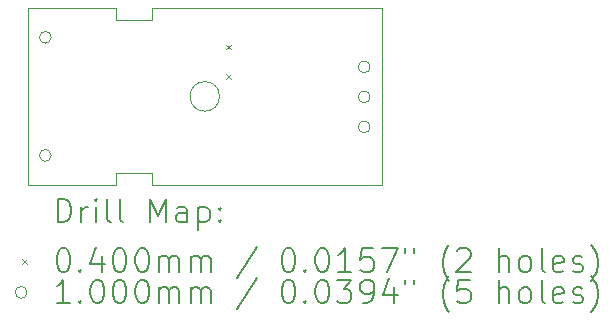
<source format=gbr>
%TF.GenerationSoftware,KiCad,Pcbnew,7.0.5*%
%TF.CreationDate,2024-02-16T16:10:43-06:00*%
%TF.ProjectId,GATE,47415445-2e6b-4696-9361-645f70636258,rev?*%
%TF.SameCoordinates,Original*%
%TF.FileFunction,Drillmap*%
%TF.FilePolarity,Positive*%
%FSLAX45Y45*%
G04 Gerber Fmt 4.5, Leading zero omitted, Abs format (unit mm)*
G04 Created by KiCad (PCBNEW 7.0.5) date 2024-02-16 16:10:43*
%MOMM*%
%LPD*%
G01*
G04 APERTURE LIST*
%ADD10C,0.100000*%
%ADD11C,0.200000*%
%ADD12C,0.040000*%
G04 APERTURE END LIST*
D10*
X14750000Y-8100000D02*
X15050000Y-8100000D01*
X15050000Y-8000000D01*
X17000000Y-8000000D01*
X17000000Y-9500000D01*
X15050000Y-9500000D01*
X15050000Y-9400000D01*
X14750000Y-9400000D01*
X14750000Y-9500000D01*
X14000000Y-9500000D01*
X14000000Y-8000000D01*
X14750000Y-8000000D01*
X14750000Y-8100000D01*
X15625000Y-8750000D02*
G75*
G03*
X15625000Y-8750000I-125000J0D01*
G01*
D11*
D12*
X15680000Y-8312000D02*
X15720000Y-8352000D01*
X15720000Y-8312000D02*
X15680000Y-8352000D01*
X15680000Y-8560000D02*
X15720000Y-8600000D01*
X15720000Y-8560000D02*
X15680000Y-8600000D01*
D10*
X14200000Y-8250000D02*
G75*
G03*
X14200000Y-8250000I-50000J0D01*
G01*
X14200000Y-9250000D02*
G75*
G03*
X14200000Y-9250000I-50000J0D01*
G01*
X16900000Y-8500000D02*
G75*
G03*
X16900000Y-8500000I-50000J0D01*
G01*
X16900000Y-8754000D02*
G75*
G03*
X16900000Y-8754000I-50000J0D01*
G01*
X16900000Y-9008000D02*
G75*
G03*
X16900000Y-9008000I-50000J0D01*
G01*
D11*
X14255777Y-9816484D02*
X14255777Y-9616484D01*
X14255777Y-9616484D02*
X14303396Y-9616484D01*
X14303396Y-9616484D02*
X14331967Y-9626008D01*
X14331967Y-9626008D02*
X14351015Y-9645055D01*
X14351015Y-9645055D02*
X14360539Y-9664103D01*
X14360539Y-9664103D02*
X14370062Y-9702198D01*
X14370062Y-9702198D02*
X14370062Y-9730770D01*
X14370062Y-9730770D02*
X14360539Y-9768865D01*
X14360539Y-9768865D02*
X14351015Y-9787912D01*
X14351015Y-9787912D02*
X14331967Y-9806960D01*
X14331967Y-9806960D02*
X14303396Y-9816484D01*
X14303396Y-9816484D02*
X14255777Y-9816484D01*
X14455777Y-9816484D02*
X14455777Y-9683150D01*
X14455777Y-9721246D02*
X14465301Y-9702198D01*
X14465301Y-9702198D02*
X14474824Y-9692674D01*
X14474824Y-9692674D02*
X14493872Y-9683150D01*
X14493872Y-9683150D02*
X14512920Y-9683150D01*
X14579586Y-9816484D02*
X14579586Y-9683150D01*
X14579586Y-9616484D02*
X14570062Y-9626008D01*
X14570062Y-9626008D02*
X14579586Y-9635531D01*
X14579586Y-9635531D02*
X14589110Y-9626008D01*
X14589110Y-9626008D02*
X14579586Y-9616484D01*
X14579586Y-9616484D02*
X14579586Y-9635531D01*
X14703396Y-9816484D02*
X14684348Y-9806960D01*
X14684348Y-9806960D02*
X14674824Y-9787912D01*
X14674824Y-9787912D02*
X14674824Y-9616484D01*
X14808158Y-9816484D02*
X14789110Y-9806960D01*
X14789110Y-9806960D02*
X14779586Y-9787912D01*
X14779586Y-9787912D02*
X14779586Y-9616484D01*
X15036729Y-9816484D02*
X15036729Y-9616484D01*
X15036729Y-9616484D02*
X15103396Y-9759341D01*
X15103396Y-9759341D02*
X15170062Y-9616484D01*
X15170062Y-9616484D02*
X15170062Y-9816484D01*
X15351015Y-9816484D02*
X15351015Y-9711722D01*
X15351015Y-9711722D02*
X15341491Y-9692674D01*
X15341491Y-9692674D02*
X15322443Y-9683150D01*
X15322443Y-9683150D02*
X15284348Y-9683150D01*
X15284348Y-9683150D02*
X15265301Y-9692674D01*
X15351015Y-9806960D02*
X15331967Y-9816484D01*
X15331967Y-9816484D02*
X15284348Y-9816484D01*
X15284348Y-9816484D02*
X15265301Y-9806960D01*
X15265301Y-9806960D02*
X15255777Y-9787912D01*
X15255777Y-9787912D02*
X15255777Y-9768865D01*
X15255777Y-9768865D02*
X15265301Y-9749817D01*
X15265301Y-9749817D02*
X15284348Y-9740293D01*
X15284348Y-9740293D02*
X15331967Y-9740293D01*
X15331967Y-9740293D02*
X15351015Y-9730770D01*
X15446253Y-9683150D02*
X15446253Y-9883150D01*
X15446253Y-9692674D02*
X15465301Y-9683150D01*
X15465301Y-9683150D02*
X15503396Y-9683150D01*
X15503396Y-9683150D02*
X15522443Y-9692674D01*
X15522443Y-9692674D02*
X15531967Y-9702198D01*
X15531967Y-9702198D02*
X15541491Y-9721246D01*
X15541491Y-9721246D02*
X15541491Y-9778389D01*
X15541491Y-9778389D02*
X15531967Y-9797436D01*
X15531967Y-9797436D02*
X15522443Y-9806960D01*
X15522443Y-9806960D02*
X15503396Y-9816484D01*
X15503396Y-9816484D02*
X15465301Y-9816484D01*
X15465301Y-9816484D02*
X15446253Y-9806960D01*
X15627205Y-9797436D02*
X15636729Y-9806960D01*
X15636729Y-9806960D02*
X15627205Y-9816484D01*
X15627205Y-9816484D02*
X15617682Y-9806960D01*
X15617682Y-9806960D02*
X15627205Y-9797436D01*
X15627205Y-9797436D02*
X15627205Y-9816484D01*
X15627205Y-9692674D02*
X15636729Y-9702198D01*
X15636729Y-9702198D02*
X15627205Y-9711722D01*
X15627205Y-9711722D02*
X15617682Y-9702198D01*
X15617682Y-9702198D02*
X15627205Y-9692674D01*
X15627205Y-9692674D02*
X15627205Y-9711722D01*
D12*
X13955000Y-10125000D02*
X13995000Y-10165000D01*
X13995000Y-10125000D02*
X13955000Y-10165000D01*
D11*
X14293872Y-10036484D02*
X14312920Y-10036484D01*
X14312920Y-10036484D02*
X14331967Y-10046008D01*
X14331967Y-10046008D02*
X14341491Y-10055531D01*
X14341491Y-10055531D02*
X14351015Y-10074579D01*
X14351015Y-10074579D02*
X14360539Y-10112674D01*
X14360539Y-10112674D02*
X14360539Y-10160293D01*
X14360539Y-10160293D02*
X14351015Y-10198389D01*
X14351015Y-10198389D02*
X14341491Y-10217436D01*
X14341491Y-10217436D02*
X14331967Y-10226960D01*
X14331967Y-10226960D02*
X14312920Y-10236484D01*
X14312920Y-10236484D02*
X14293872Y-10236484D01*
X14293872Y-10236484D02*
X14274824Y-10226960D01*
X14274824Y-10226960D02*
X14265301Y-10217436D01*
X14265301Y-10217436D02*
X14255777Y-10198389D01*
X14255777Y-10198389D02*
X14246253Y-10160293D01*
X14246253Y-10160293D02*
X14246253Y-10112674D01*
X14246253Y-10112674D02*
X14255777Y-10074579D01*
X14255777Y-10074579D02*
X14265301Y-10055531D01*
X14265301Y-10055531D02*
X14274824Y-10046008D01*
X14274824Y-10046008D02*
X14293872Y-10036484D01*
X14446253Y-10217436D02*
X14455777Y-10226960D01*
X14455777Y-10226960D02*
X14446253Y-10236484D01*
X14446253Y-10236484D02*
X14436729Y-10226960D01*
X14436729Y-10226960D02*
X14446253Y-10217436D01*
X14446253Y-10217436D02*
X14446253Y-10236484D01*
X14627205Y-10103150D02*
X14627205Y-10236484D01*
X14579586Y-10026960D02*
X14531967Y-10169817D01*
X14531967Y-10169817D02*
X14655777Y-10169817D01*
X14770062Y-10036484D02*
X14789110Y-10036484D01*
X14789110Y-10036484D02*
X14808158Y-10046008D01*
X14808158Y-10046008D02*
X14817682Y-10055531D01*
X14817682Y-10055531D02*
X14827205Y-10074579D01*
X14827205Y-10074579D02*
X14836729Y-10112674D01*
X14836729Y-10112674D02*
X14836729Y-10160293D01*
X14836729Y-10160293D02*
X14827205Y-10198389D01*
X14827205Y-10198389D02*
X14817682Y-10217436D01*
X14817682Y-10217436D02*
X14808158Y-10226960D01*
X14808158Y-10226960D02*
X14789110Y-10236484D01*
X14789110Y-10236484D02*
X14770062Y-10236484D01*
X14770062Y-10236484D02*
X14751015Y-10226960D01*
X14751015Y-10226960D02*
X14741491Y-10217436D01*
X14741491Y-10217436D02*
X14731967Y-10198389D01*
X14731967Y-10198389D02*
X14722443Y-10160293D01*
X14722443Y-10160293D02*
X14722443Y-10112674D01*
X14722443Y-10112674D02*
X14731967Y-10074579D01*
X14731967Y-10074579D02*
X14741491Y-10055531D01*
X14741491Y-10055531D02*
X14751015Y-10046008D01*
X14751015Y-10046008D02*
X14770062Y-10036484D01*
X14960539Y-10036484D02*
X14979586Y-10036484D01*
X14979586Y-10036484D02*
X14998634Y-10046008D01*
X14998634Y-10046008D02*
X15008158Y-10055531D01*
X15008158Y-10055531D02*
X15017682Y-10074579D01*
X15017682Y-10074579D02*
X15027205Y-10112674D01*
X15027205Y-10112674D02*
X15027205Y-10160293D01*
X15027205Y-10160293D02*
X15017682Y-10198389D01*
X15017682Y-10198389D02*
X15008158Y-10217436D01*
X15008158Y-10217436D02*
X14998634Y-10226960D01*
X14998634Y-10226960D02*
X14979586Y-10236484D01*
X14979586Y-10236484D02*
X14960539Y-10236484D01*
X14960539Y-10236484D02*
X14941491Y-10226960D01*
X14941491Y-10226960D02*
X14931967Y-10217436D01*
X14931967Y-10217436D02*
X14922443Y-10198389D01*
X14922443Y-10198389D02*
X14912920Y-10160293D01*
X14912920Y-10160293D02*
X14912920Y-10112674D01*
X14912920Y-10112674D02*
X14922443Y-10074579D01*
X14922443Y-10074579D02*
X14931967Y-10055531D01*
X14931967Y-10055531D02*
X14941491Y-10046008D01*
X14941491Y-10046008D02*
X14960539Y-10036484D01*
X15112920Y-10236484D02*
X15112920Y-10103150D01*
X15112920Y-10122198D02*
X15122443Y-10112674D01*
X15122443Y-10112674D02*
X15141491Y-10103150D01*
X15141491Y-10103150D02*
X15170063Y-10103150D01*
X15170063Y-10103150D02*
X15189110Y-10112674D01*
X15189110Y-10112674D02*
X15198634Y-10131722D01*
X15198634Y-10131722D02*
X15198634Y-10236484D01*
X15198634Y-10131722D02*
X15208158Y-10112674D01*
X15208158Y-10112674D02*
X15227205Y-10103150D01*
X15227205Y-10103150D02*
X15255777Y-10103150D01*
X15255777Y-10103150D02*
X15274824Y-10112674D01*
X15274824Y-10112674D02*
X15284348Y-10131722D01*
X15284348Y-10131722D02*
X15284348Y-10236484D01*
X15379586Y-10236484D02*
X15379586Y-10103150D01*
X15379586Y-10122198D02*
X15389110Y-10112674D01*
X15389110Y-10112674D02*
X15408158Y-10103150D01*
X15408158Y-10103150D02*
X15436729Y-10103150D01*
X15436729Y-10103150D02*
X15455777Y-10112674D01*
X15455777Y-10112674D02*
X15465301Y-10131722D01*
X15465301Y-10131722D02*
X15465301Y-10236484D01*
X15465301Y-10131722D02*
X15474824Y-10112674D01*
X15474824Y-10112674D02*
X15493872Y-10103150D01*
X15493872Y-10103150D02*
X15522443Y-10103150D01*
X15522443Y-10103150D02*
X15541491Y-10112674D01*
X15541491Y-10112674D02*
X15551015Y-10131722D01*
X15551015Y-10131722D02*
X15551015Y-10236484D01*
X15941491Y-10026960D02*
X15770063Y-10284103D01*
X16198634Y-10036484D02*
X16217682Y-10036484D01*
X16217682Y-10036484D02*
X16236729Y-10046008D01*
X16236729Y-10046008D02*
X16246253Y-10055531D01*
X16246253Y-10055531D02*
X16255777Y-10074579D01*
X16255777Y-10074579D02*
X16265301Y-10112674D01*
X16265301Y-10112674D02*
X16265301Y-10160293D01*
X16265301Y-10160293D02*
X16255777Y-10198389D01*
X16255777Y-10198389D02*
X16246253Y-10217436D01*
X16246253Y-10217436D02*
X16236729Y-10226960D01*
X16236729Y-10226960D02*
X16217682Y-10236484D01*
X16217682Y-10236484D02*
X16198634Y-10236484D01*
X16198634Y-10236484D02*
X16179586Y-10226960D01*
X16179586Y-10226960D02*
X16170063Y-10217436D01*
X16170063Y-10217436D02*
X16160539Y-10198389D01*
X16160539Y-10198389D02*
X16151015Y-10160293D01*
X16151015Y-10160293D02*
X16151015Y-10112674D01*
X16151015Y-10112674D02*
X16160539Y-10074579D01*
X16160539Y-10074579D02*
X16170063Y-10055531D01*
X16170063Y-10055531D02*
X16179586Y-10046008D01*
X16179586Y-10046008D02*
X16198634Y-10036484D01*
X16351015Y-10217436D02*
X16360539Y-10226960D01*
X16360539Y-10226960D02*
X16351015Y-10236484D01*
X16351015Y-10236484D02*
X16341491Y-10226960D01*
X16341491Y-10226960D02*
X16351015Y-10217436D01*
X16351015Y-10217436D02*
X16351015Y-10236484D01*
X16484348Y-10036484D02*
X16503396Y-10036484D01*
X16503396Y-10036484D02*
X16522444Y-10046008D01*
X16522444Y-10046008D02*
X16531967Y-10055531D01*
X16531967Y-10055531D02*
X16541491Y-10074579D01*
X16541491Y-10074579D02*
X16551015Y-10112674D01*
X16551015Y-10112674D02*
X16551015Y-10160293D01*
X16551015Y-10160293D02*
X16541491Y-10198389D01*
X16541491Y-10198389D02*
X16531967Y-10217436D01*
X16531967Y-10217436D02*
X16522444Y-10226960D01*
X16522444Y-10226960D02*
X16503396Y-10236484D01*
X16503396Y-10236484D02*
X16484348Y-10236484D01*
X16484348Y-10236484D02*
X16465301Y-10226960D01*
X16465301Y-10226960D02*
X16455777Y-10217436D01*
X16455777Y-10217436D02*
X16446253Y-10198389D01*
X16446253Y-10198389D02*
X16436729Y-10160293D01*
X16436729Y-10160293D02*
X16436729Y-10112674D01*
X16436729Y-10112674D02*
X16446253Y-10074579D01*
X16446253Y-10074579D02*
X16455777Y-10055531D01*
X16455777Y-10055531D02*
X16465301Y-10046008D01*
X16465301Y-10046008D02*
X16484348Y-10036484D01*
X16741491Y-10236484D02*
X16627206Y-10236484D01*
X16684348Y-10236484D02*
X16684348Y-10036484D01*
X16684348Y-10036484D02*
X16665301Y-10065055D01*
X16665301Y-10065055D02*
X16646253Y-10084103D01*
X16646253Y-10084103D02*
X16627206Y-10093627D01*
X16922444Y-10036484D02*
X16827206Y-10036484D01*
X16827206Y-10036484D02*
X16817682Y-10131722D01*
X16817682Y-10131722D02*
X16827206Y-10122198D01*
X16827206Y-10122198D02*
X16846253Y-10112674D01*
X16846253Y-10112674D02*
X16893872Y-10112674D01*
X16893872Y-10112674D02*
X16912920Y-10122198D01*
X16912920Y-10122198D02*
X16922444Y-10131722D01*
X16922444Y-10131722D02*
X16931968Y-10150770D01*
X16931968Y-10150770D02*
X16931968Y-10198389D01*
X16931968Y-10198389D02*
X16922444Y-10217436D01*
X16922444Y-10217436D02*
X16912920Y-10226960D01*
X16912920Y-10226960D02*
X16893872Y-10236484D01*
X16893872Y-10236484D02*
X16846253Y-10236484D01*
X16846253Y-10236484D02*
X16827206Y-10226960D01*
X16827206Y-10226960D02*
X16817682Y-10217436D01*
X16998634Y-10036484D02*
X17131968Y-10036484D01*
X17131968Y-10036484D02*
X17046253Y-10236484D01*
X17198634Y-10036484D02*
X17198634Y-10074579D01*
X17274825Y-10036484D02*
X17274825Y-10074579D01*
X17570063Y-10312674D02*
X17560539Y-10303150D01*
X17560539Y-10303150D02*
X17541491Y-10274579D01*
X17541491Y-10274579D02*
X17531968Y-10255531D01*
X17531968Y-10255531D02*
X17522444Y-10226960D01*
X17522444Y-10226960D02*
X17512920Y-10179341D01*
X17512920Y-10179341D02*
X17512920Y-10141246D01*
X17512920Y-10141246D02*
X17522444Y-10093627D01*
X17522444Y-10093627D02*
X17531968Y-10065055D01*
X17531968Y-10065055D02*
X17541491Y-10046008D01*
X17541491Y-10046008D02*
X17560539Y-10017436D01*
X17560539Y-10017436D02*
X17570063Y-10007912D01*
X17636730Y-10055531D02*
X17646253Y-10046008D01*
X17646253Y-10046008D02*
X17665301Y-10036484D01*
X17665301Y-10036484D02*
X17712920Y-10036484D01*
X17712920Y-10036484D02*
X17731968Y-10046008D01*
X17731968Y-10046008D02*
X17741491Y-10055531D01*
X17741491Y-10055531D02*
X17751015Y-10074579D01*
X17751015Y-10074579D02*
X17751015Y-10093627D01*
X17751015Y-10093627D02*
X17741491Y-10122198D01*
X17741491Y-10122198D02*
X17627206Y-10236484D01*
X17627206Y-10236484D02*
X17751015Y-10236484D01*
X17989111Y-10236484D02*
X17989111Y-10036484D01*
X18074825Y-10236484D02*
X18074825Y-10131722D01*
X18074825Y-10131722D02*
X18065301Y-10112674D01*
X18065301Y-10112674D02*
X18046253Y-10103150D01*
X18046253Y-10103150D02*
X18017682Y-10103150D01*
X18017682Y-10103150D02*
X17998634Y-10112674D01*
X17998634Y-10112674D02*
X17989111Y-10122198D01*
X18198634Y-10236484D02*
X18179587Y-10226960D01*
X18179587Y-10226960D02*
X18170063Y-10217436D01*
X18170063Y-10217436D02*
X18160539Y-10198389D01*
X18160539Y-10198389D02*
X18160539Y-10141246D01*
X18160539Y-10141246D02*
X18170063Y-10122198D01*
X18170063Y-10122198D02*
X18179587Y-10112674D01*
X18179587Y-10112674D02*
X18198634Y-10103150D01*
X18198634Y-10103150D02*
X18227206Y-10103150D01*
X18227206Y-10103150D02*
X18246253Y-10112674D01*
X18246253Y-10112674D02*
X18255777Y-10122198D01*
X18255777Y-10122198D02*
X18265301Y-10141246D01*
X18265301Y-10141246D02*
X18265301Y-10198389D01*
X18265301Y-10198389D02*
X18255777Y-10217436D01*
X18255777Y-10217436D02*
X18246253Y-10226960D01*
X18246253Y-10226960D02*
X18227206Y-10236484D01*
X18227206Y-10236484D02*
X18198634Y-10236484D01*
X18379587Y-10236484D02*
X18360539Y-10226960D01*
X18360539Y-10226960D02*
X18351015Y-10207912D01*
X18351015Y-10207912D02*
X18351015Y-10036484D01*
X18531968Y-10226960D02*
X18512920Y-10236484D01*
X18512920Y-10236484D02*
X18474825Y-10236484D01*
X18474825Y-10236484D02*
X18455777Y-10226960D01*
X18455777Y-10226960D02*
X18446253Y-10207912D01*
X18446253Y-10207912D02*
X18446253Y-10131722D01*
X18446253Y-10131722D02*
X18455777Y-10112674D01*
X18455777Y-10112674D02*
X18474825Y-10103150D01*
X18474825Y-10103150D02*
X18512920Y-10103150D01*
X18512920Y-10103150D02*
X18531968Y-10112674D01*
X18531968Y-10112674D02*
X18541492Y-10131722D01*
X18541492Y-10131722D02*
X18541492Y-10150770D01*
X18541492Y-10150770D02*
X18446253Y-10169817D01*
X18617682Y-10226960D02*
X18636730Y-10236484D01*
X18636730Y-10236484D02*
X18674825Y-10236484D01*
X18674825Y-10236484D02*
X18693873Y-10226960D01*
X18693873Y-10226960D02*
X18703396Y-10207912D01*
X18703396Y-10207912D02*
X18703396Y-10198389D01*
X18703396Y-10198389D02*
X18693873Y-10179341D01*
X18693873Y-10179341D02*
X18674825Y-10169817D01*
X18674825Y-10169817D02*
X18646253Y-10169817D01*
X18646253Y-10169817D02*
X18627206Y-10160293D01*
X18627206Y-10160293D02*
X18617682Y-10141246D01*
X18617682Y-10141246D02*
X18617682Y-10131722D01*
X18617682Y-10131722D02*
X18627206Y-10112674D01*
X18627206Y-10112674D02*
X18646253Y-10103150D01*
X18646253Y-10103150D02*
X18674825Y-10103150D01*
X18674825Y-10103150D02*
X18693873Y-10112674D01*
X18770063Y-10312674D02*
X18779587Y-10303150D01*
X18779587Y-10303150D02*
X18798634Y-10274579D01*
X18798634Y-10274579D02*
X18808158Y-10255531D01*
X18808158Y-10255531D02*
X18817682Y-10226960D01*
X18817682Y-10226960D02*
X18827206Y-10179341D01*
X18827206Y-10179341D02*
X18827206Y-10141246D01*
X18827206Y-10141246D02*
X18817682Y-10093627D01*
X18817682Y-10093627D02*
X18808158Y-10065055D01*
X18808158Y-10065055D02*
X18798634Y-10046008D01*
X18798634Y-10046008D02*
X18779587Y-10017436D01*
X18779587Y-10017436D02*
X18770063Y-10007912D01*
D10*
X13995000Y-10409000D02*
G75*
G03*
X13995000Y-10409000I-50000J0D01*
G01*
D11*
X14360539Y-10500484D02*
X14246253Y-10500484D01*
X14303396Y-10500484D02*
X14303396Y-10300484D01*
X14303396Y-10300484D02*
X14284348Y-10329055D01*
X14284348Y-10329055D02*
X14265301Y-10348103D01*
X14265301Y-10348103D02*
X14246253Y-10357627D01*
X14446253Y-10481436D02*
X14455777Y-10490960D01*
X14455777Y-10490960D02*
X14446253Y-10500484D01*
X14446253Y-10500484D02*
X14436729Y-10490960D01*
X14436729Y-10490960D02*
X14446253Y-10481436D01*
X14446253Y-10481436D02*
X14446253Y-10500484D01*
X14579586Y-10300484D02*
X14598634Y-10300484D01*
X14598634Y-10300484D02*
X14617682Y-10310008D01*
X14617682Y-10310008D02*
X14627205Y-10319531D01*
X14627205Y-10319531D02*
X14636729Y-10338579D01*
X14636729Y-10338579D02*
X14646253Y-10376674D01*
X14646253Y-10376674D02*
X14646253Y-10424293D01*
X14646253Y-10424293D02*
X14636729Y-10462389D01*
X14636729Y-10462389D02*
X14627205Y-10481436D01*
X14627205Y-10481436D02*
X14617682Y-10490960D01*
X14617682Y-10490960D02*
X14598634Y-10500484D01*
X14598634Y-10500484D02*
X14579586Y-10500484D01*
X14579586Y-10500484D02*
X14560539Y-10490960D01*
X14560539Y-10490960D02*
X14551015Y-10481436D01*
X14551015Y-10481436D02*
X14541491Y-10462389D01*
X14541491Y-10462389D02*
X14531967Y-10424293D01*
X14531967Y-10424293D02*
X14531967Y-10376674D01*
X14531967Y-10376674D02*
X14541491Y-10338579D01*
X14541491Y-10338579D02*
X14551015Y-10319531D01*
X14551015Y-10319531D02*
X14560539Y-10310008D01*
X14560539Y-10310008D02*
X14579586Y-10300484D01*
X14770062Y-10300484D02*
X14789110Y-10300484D01*
X14789110Y-10300484D02*
X14808158Y-10310008D01*
X14808158Y-10310008D02*
X14817682Y-10319531D01*
X14817682Y-10319531D02*
X14827205Y-10338579D01*
X14827205Y-10338579D02*
X14836729Y-10376674D01*
X14836729Y-10376674D02*
X14836729Y-10424293D01*
X14836729Y-10424293D02*
X14827205Y-10462389D01*
X14827205Y-10462389D02*
X14817682Y-10481436D01*
X14817682Y-10481436D02*
X14808158Y-10490960D01*
X14808158Y-10490960D02*
X14789110Y-10500484D01*
X14789110Y-10500484D02*
X14770062Y-10500484D01*
X14770062Y-10500484D02*
X14751015Y-10490960D01*
X14751015Y-10490960D02*
X14741491Y-10481436D01*
X14741491Y-10481436D02*
X14731967Y-10462389D01*
X14731967Y-10462389D02*
X14722443Y-10424293D01*
X14722443Y-10424293D02*
X14722443Y-10376674D01*
X14722443Y-10376674D02*
X14731967Y-10338579D01*
X14731967Y-10338579D02*
X14741491Y-10319531D01*
X14741491Y-10319531D02*
X14751015Y-10310008D01*
X14751015Y-10310008D02*
X14770062Y-10300484D01*
X14960539Y-10300484D02*
X14979586Y-10300484D01*
X14979586Y-10300484D02*
X14998634Y-10310008D01*
X14998634Y-10310008D02*
X15008158Y-10319531D01*
X15008158Y-10319531D02*
X15017682Y-10338579D01*
X15017682Y-10338579D02*
X15027205Y-10376674D01*
X15027205Y-10376674D02*
X15027205Y-10424293D01*
X15027205Y-10424293D02*
X15017682Y-10462389D01*
X15017682Y-10462389D02*
X15008158Y-10481436D01*
X15008158Y-10481436D02*
X14998634Y-10490960D01*
X14998634Y-10490960D02*
X14979586Y-10500484D01*
X14979586Y-10500484D02*
X14960539Y-10500484D01*
X14960539Y-10500484D02*
X14941491Y-10490960D01*
X14941491Y-10490960D02*
X14931967Y-10481436D01*
X14931967Y-10481436D02*
X14922443Y-10462389D01*
X14922443Y-10462389D02*
X14912920Y-10424293D01*
X14912920Y-10424293D02*
X14912920Y-10376674D01*
X14912920Y-10376674D02*
X14922443Y-10338579D01*
X14922443Y-10338579D02*
X14931967Y-10319531D01*
X14931967Y-10319531D02*
X14941491Y-10310008D01*
X14941491Y-10310008D02*
X14960539Y-10300484D01*
X15112920Y-10500484D02*
X15112920Y-10367150D01*
X15112920Y-10386198D02*
X15122443Y-10376674D01*
X15122443Y-10376674D02*
X15141491Y-10367150D01*
X15141491Y-10367150D02*
X15170063Y-10367150D01*
X15170063Y-10367150D02*
X15189110Y-10376674D01*
X15189110Y-10376674D02*
X15198634Y-10395722D01*
X15198634Y-10395722D02*
X15198634Y-10500484D01*
X15198634Y-10395722D02*
X15208158Y-10376674D01*
X15208158Y-10376674D02*
X15227205Y-10367150D01*
X15227205Y-10367150D02*
X15255777Y-10367150D01*
X15255777Y-10367150D02*
X15274824Y-10376674D01*
X15274824Y-10376674D02*
X15284348Y-10395722D01*
X15284348Y-10395722D02*
X15284348Y-10500484D01*
X15379586Y-10500484D02*
X15379586Y-10367150D01*
X15379586Y-10386198D02*
X15389110Y-10376674D01*
X15389110Y-10376674D02*
X15408158Y-10367150D01*
X15408158Y-10367150D02*
X15436729Y-10367150D01*
X15436729Y-10367150D02*
X15455777Y-10376674D01*
X15455777Y-10376674D02*
X15465301Y-10395722D01*
X15465301Y-10395722D02*
X15465301Y-10500484D01*
X15465301Y-10395722D02*
X15474824Y-10376674D01*
X15474824Y-10376674D02*
X15493872Y-10367150D01*
X15493872Y-10367150D02*
X15522443Y-10367150D01*
X15522443Y-10367150D02*
X15541491Y-10376674D01*
X15541491Y-10376674D02*
X15551015Y-10395722D01*
X15551015Y-10395722D02*
X15551015Y-10500484D01*
X15941491Y-10290960D02*
X15770063Y-10548103D01*
X16198634Y-10300484D02*
X16217682Y-10300484D01*
X16217682Y-10300484D02*
X16236729Y-10310008D01*
X16236729Y-10310008D02*
X16246253Y-10319531D01*
X16246253Y-10319531D02*
X16255777Y-10338579D01*
X16255777Y-10338579D02*
X16265301Y-10376674D01*
X16265301Y-10376674D02*
X16265301Y-10424293D01*
X16265301Y-10424293D02*
X16255777Y-10462389D01*
X16255777Y-10462389D02*
X16246253Y-10481436D01*
X16246253Y-10481436D02*
X16236729Y-10490960D01*
X16236729Y-10490960D02*
X16217682Y-10500484D01*
X16217682Y-10500484D02*
X16198634Y-10500484D01*
X16198634Y-10500484D02*
X16179586Y-10490960D01*
X16179586Y-10490960D02*
X16170063Y-10481436D01*
X16170063Y-10481436D02*
X16160539Y-10462389D01*
X16160539Y-10462389D02*
X16151015Y-10424293D01*
X16151015Y-10424293D02*
X16151015Y-10376674D01*
X16151015Y-10376674D02*
X16160539Y-10338579D01*
X16160539Y-10338579D02*
X16170063Y-10319531D01*
X16170063Y-10319531D02*
X16179586Y-10310008D01*
X16179586Y-10310008D02*
X16198634Y-10300484D01*
X16351015Y-10481436D02*
X16360539Y-10490960D01*
X16360539Y-10490960D02*
X16351015Y-10500484D01*
X16351015Y-10500484D02*
X16341491Y-10490960D01*
X16341491Y-10490960D02*
X16351015Y-10481436D01*
X16351015Y-10481436D02*
X16351015Y-10500484D01*
X16484348Y-10300484D02*
X16503396Y-10300484D01*
X16503396Y-10300484D02*
X16522444Y-10310008D01*
X16522444Y-10310008D02*
X16531967Y-10319531D01*
X16531967Y-10319531D02*
X16541491Y-10338579D01*
X16541491Y-10338579D02*
X16551015Y-10376674D01*
X16551015Y-10376674D02*
X16551015Y-10424293D01*
X16551015Y-10424293D02*
X16541491Y-10462389D01*
X16541491Y-10462389D02*
X16531967Y-10481436D01*
X16531967Y-10481436D02*
X16522444Y-10490960D01*
X16522444Y-10490960D02*
X16503396Y-10500484D01*
X16503396Y-10500484D02*
X16484348Y-10500484D01*
X16484348Y-10500484D02*
X16465301Y-10490960D01*
X16465301Y-10490960D02*
X16455777Y-10481436D01*
X16455777Y-10481436D02*
X16446253Y-10462389D01*
X16446253Y-10462389D02*
X16436729Y-10424293D01*
X16436729Y-10424293D02*
X16436729Y-10376674D01*
X16436729Y-10376674D02*
X16446253Y-10338579D01*
X16446253Y-10338579D02*
X16455777Y-10319531D01*
X16455777Y-10319531D02*
X16465301Y-10310008D01*
X16465301Y-10310008D02*
X16484348Y-10300484D01*
X16617682Y-10300484D02*
X16741491Y-10300484D01*
X16741491Y-10300484D02*
X16674825Y-10376674D01*
X16674825Y-10376674D02*
X16703396Y-10376674D01*
X16703396Y-10376674D02*
X16722444Y-10386198D01*
X16722444Y-10386198D02*
X16731967Y-10395722D01*
X16731967Y-10395722D02*
X16741491Y-10414770D01*
X16741491Y-10414770D02*
X16741491Y-10462389D01*
X16741491Y-10462389D02*
X16731967Y-10481436D01*
X16731967Y-10481436D02*
X16722444Y-10490960D01*
X16722444Y-10490960D02*
X16703396Y-10500484D01*
X16703396Y-10500484D02*
X16646253Y-10500484D01*
X16646253Y-10500484D02*
X16627206Y-10490960D01*
X16627206Y-10490960D02*
X16617682Y-10481436D01*
X16836729Y-10500484D02*
X16874825Y-10500484D01*
X16874825Y-10500484D02*
X16893872Y-10490960D01*
X16893872Y-10490960D02*
X16903396Y-10481436D01*
X16903396Y-10481436D02*
X16922444Y-10452865D01*
X16922444Y-10452865D02*
X16931968Y-10414770D01*
X16931968Y-10414770D02*
X16931968Y-10338579D01*
X16931968Y-10338579D02*
X16922444Y-10319531D01*
X16922444Y-10319531D02*
X16912920Y-10310008D01*
X16912920Y-10310008D02*
X16893872Y-10300484D01*
X16893872Y-10300484D02*
X16855777Y-10300484D01*
X16855777Y-10300484D02*
X16836729Y-10310008D01*
X16836729Y-10310008D02*
X16827206Y-10319531D01*
X16827206Y-10319531D02*
X16817682Y-10338579D01*
X16817682Y-10338579D02*
X16817682Y-10386198D01*
X16817682Y-10386198D02*
X16827206Y-10405246D01*
X16827206Y-10405246D02*
X16836729Y-10414770D01*
X16836729Y-10414770D02*
X16855777Y-10424293D01*
X16855777Y-10424293D02*
X16893872Y-10424293D01*
X16893872Y-10424293D02*
X16912920Y-10414770D01*
X16912920Y-10414770D02*
X16922444Y-10405246D01*
X16922444Y-10405246D02*
X16931968Y-10386198D01*
X17103396Y-10367150D02*
X17103396Y-10500484D01*
X17055777Y-10290960D02*
X17008158Y-10433817D01*
X17008158Y-10433817D02*
X17131968Y-10433817D01*
X17198634Y-10300484D02*
X17198634Y-10338579D01*
X17274825Y-10300484D02*
X17274825Y-10338579D01*
X17570063Y-10576674D02*
X17560539Y-10567150D01*
X17560539Y-10567150D02*
X17541491Y-10538579D01*
X17541491Y-10538579D02*
X17531968Y-10519531D01*
X17531968Y-10519531D02*
X17522444Y-10490960D01*
X17522444Y-10490960D02*
X17512920Y-10443341D01*
X17512920Y-10443341D02*
X17512920Y-10405246D01*
X17512920Y-10405246D02*
X17522444Y-10357627D01*
X17522444Y-10357627D02*
X17531968Y-10329055D01*
X17531968Y-10329055D02*
X17541491Y-10310008D01*
X17541491Y-10310008D02*
X17560539Y-10281436D01*
X17560539Y-10281436D02*
X17570063Y-10271912D01*
X17741491Y-10300484D02*
X17646253Y-10300484D01*
X17646253Y-10300484D02*
X17636730Y-10395722D01*
X17636730Y-10395722D02*
X17646253Y-10386198D01*
X17646253Y-10386198D02*
X17665301Y-10376674D01*
X17665301Y-10376674D02*
X17712920Y-10376674D01*
X17712920Y-10376674D02*
X17731968Y-10386198D01*
X17731968Y-10386198D02*
X17741491Y-10395722D01*
X17741491Y-10395722D02*
X17751015Y-10414770D01*
X17751015Y-10414770D02*
X17751015Y-10462389D01*
X17751015Y-10462389D02*
X17741491Y-10481436D01*
X17741491Y-10481436D02*
X17731968Y-10490960D01*
X17731968Y-10490960D02*
X17712920Y-10500484D01*
X17712920Y-10500484D02*
X17665301Y-10500484D01*
X17665301Y-10500484D02*
X17646253Y-10490960D01*
X17646253Y-10490960D02*
X17636730Y-10481436D01*
X17989111Y-10500484D02*
X17989111Y-10300484D01*
X18074825Y-10500484D02*
X18074825Y-10395722D01*
X18074825Y-10395722D02*
X18065301Y-10376674D01*
X18065301Y-10376674D02*
X18046253Y-10367150D01*
X18046253Y-10367150D02*
X18017682Y-10367150D01*
X18017682Y-10367150D02*
X17998634Y-10376674D01*
X17998634Y-10376674D02*
X17989111Y-10386198D01*
X18198634Y-10500484D02*
X18179587Y-10490960D01*
X18179587Y-10490960D02*
X18170063Y-10481436D01*
X18170063Y-10481436D02*
X18160539Y-10462389D01*
X18160539Y-10462389D02*
X18160539Y-10405246D01*
X18160539Y-10405246D02*
X18170063Y-10386198D01*
X18170063Y-10386198D02*
X18179587Y-10376674D01*
X18179587Y-10376674D02*
X18198634Y-10367150D01*
X18198634Y-10367150D02*
X18227206Y-10367150D01*
X18227206Y-10367150D02*
X18246253Y-10376674D01*
X18246253Y-10376674D02*
X18255777Y-10386198D01*
X18255777Y-10386198D02*
X18265301Y-10405246D01*
X18265301Y-10405246D02*
X18265301Y-10462389D01*
X18265301Y-10462389D02*
X18255777Y-10481436D01*
X18255777Y-10481436D02*
X18246253Y-10490960D01*
X18246253Y-10490960D02*
X18227206Y-10500484D01*
X18227206Y-10500484D02*
X18198634Y-10500484D01*
X18379587Y-10500484D02*
X18360539Y-10490960D01*
X18360539Y-10490960D02*
X18351015Y-10471912D01*
X18351015Y-10471912D02*
X18351015Y-10300484D01*
X18531968Y-10490960D02*
X18512920Y-10500484D01*
X18512920Y-10500484D02*
X18474825Y-10500484D01*
X18474825Y-10500484D02*
X18455777Y-10490960D01*
X18455777Y-10490960D02*
X18446253Y-10471912D01*
X18446253Y-10471912D02*
X18446253Y-10395722D01*
X18446253Y-10395722D02*
X18455777Y-10376674D01*
X18455777Y-10376674D02*
X18474825Y-10367150D01*
X18474825Y-10367150D02*
X18512920Y-10367150D01*
X18512920Y-10367150D02*
X18531968Y-10376674D01*
X18531968Y-10376674D02*
X18541492Y-10395722D01*
X18541492Y-10395722D02*
X18541492Y-10414770D01*
X18541492Y-10414770D02*
X18446253Y-10433817D01*
X18617682Y-10490960D02*
X18636730Y-10500484D01*
X18636730Y-10500484D02*
X18674825Y-10500484D01*
X18674825Y-10500484D02*
X18693873Y-10490960D01*
X18693873Y-10490960D02*
X18703396Y-10471912D01*
X18703396Y-10471912D02*
X18703396Y-10462389D01*
X18703396Y-10462389D02*
X18693873Y-10443341D01*
X18693873Y-10443341D02*
X18674825Y-10433817D01*
X18674825Y-10433817D02*
X18646253Y-10433817D01*
X18646253Y-10433817D02*
X18627206Y-10424293D01*
X18627206Y-10424293D02*
X18617682Y-10405246D01*
X18617682Y-10405246D02*
X18617682Y-10395722D01*
X18617682Y-10395722D02*
X18627206Y-10376674D01*
X18627206Y-10376674D02*
X18646253Y-10367150D01*
X18646253Y-10367150D02*
X18674825Y-10367150D01*
X18674825Y-10367150D02*
X18693873Y-10376674D01*
X18770063Y-10576674D02*
X18779587Y-10567150D01*
X18779587Y-10567150D02*
X18798634Y-10538579D01*
X18798634Y-10538579D02*
X18808158Y-10519531D01*
X18808158Y-10519531D02*
X18817682Y-10490960D01*
X18817682Y-10490960D02*
X18827206Y-10443341D01*
X18827206Y-10443341D02*
X18827206Y-10405246D01*
X18827206Y-10405246D02*
X18817682Y-10357627D01*
X18817682Y-10357627D02*
X18808158Y-10329055D01*
X18808158Y-10329055D02*
X18798634Y-10310008D01*
X18798634Y-10310008D02*
X18779587Y-10281436D01*
X18779587Y-10281436D02*
X18770063Y-10271912D01*
M02*

</source>
